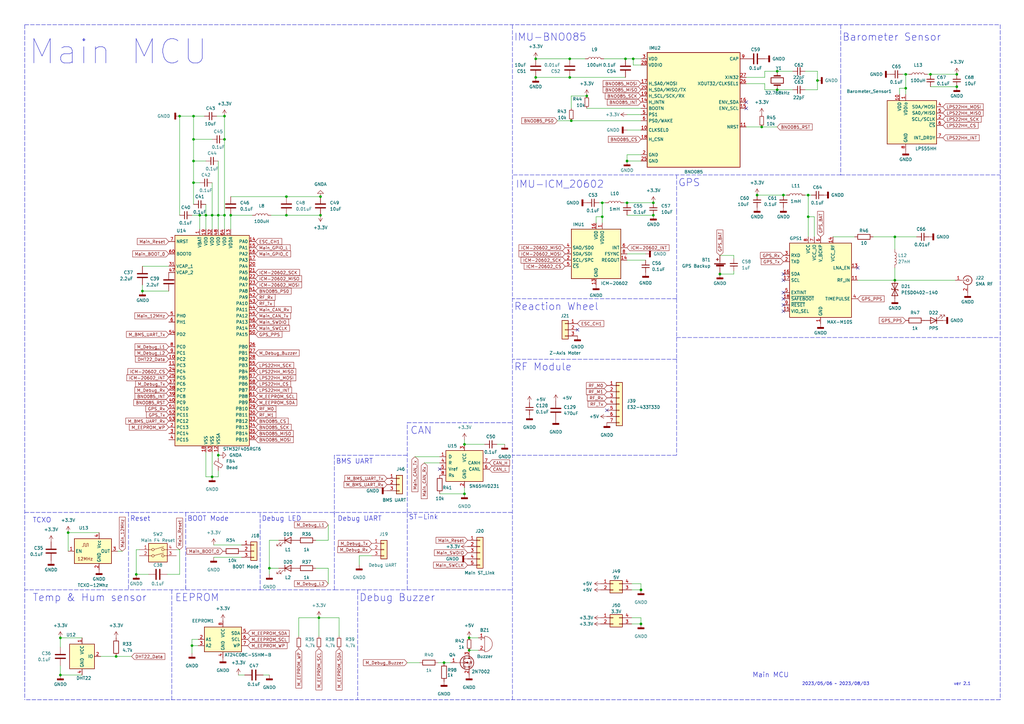
<source format=kicad_sch>
(kicad_sch (version 20250114) (generator "eeschema") (generator_version "9.0")
  (paper "A3")
  (text "EEPROM" (at 71.755 247.015 0) (effects (font (size 3 3)) (justify left bottom)))
  (text "Reset" (at 53.34 213.995 0) (effects (font (size 2 2)) (justify left bottom)))
  (text "IMU-ICM_20602" (at 211.455 77.47 0) (effects (font (size 3 3)) (justify left bottom)))
  (text "ver 2.1" (at 391.16 281.305 0) (effects (font (size 1.27 1.27)) (justify left bottom)))
  (text "IMU-BNO085" (at 210.82 17.145 0) (effects (font (size 3 3)) (justify left bottom)))
  (text "Debug UART" (at 138.43 213.995 0) (effects (font (size 2 2)) (justify left bottom)))
  (text "TCXO" (at 13.335 214.63 0) (effects (font (size 2 2)) (justify left bottom)))
  (text "BMS UART" (at 137.795 190.5 0) (effects (font (size 2 2)) (justify left bottom)))
  (text "Temp & Hum sensor" (at 13.335 247.015 0) (effects (font (size 3 3)) (justify left bottom)))
  (text "Main MCU" (at 11.43 27.305 0) (effects (font (size 10 10)) (justify left bottom)))
  (text "BOOT Mode" (at 76.835 213.995 0) (effects (font (size 2 2)) (justify left bottom)))
  (text "Debug LED" (at 107.315 213.995 0) (effects (font (size 2 2)) (justify left bottom)))
  (text "Debug Buzzer" (at 147.32 247.015 0) (effects (font (size 3 3)) (justify left bottom)))
  (text "GPS" (at 278.13 76.835 0) (effects (font (size 3 3)) (justify left bottom)))
  (text "CAN" (at 168.275 178.435 0) (effects (font (size 3 3)) (justify left bottom)))
  (text "RF Module" (at 210.82 152.4 0) (effects (font (size 3 3)) (justify left bottom)))
  (text "Main MCU" (at 308.61 278.13 0) (effects (font (size 2 2)) (justify left bottom)))
  (text "ST-Link" (at 167.64 213.36 0) (effects (font (size 2 2)) (justify left bottom)))
  (text "2023/05/06 ~ 2023/08/03" (at 328.93 281.305 0) (effects (font (size 1.27 1.27)) (justify left bottom)))
  (text "Barometer Sensor" (at 345.44 17.145 0) (effects (font (size 3 3)) (justify left bottom)))
  (text "Reaction Wheel" (at 210.82 127.635 0) (effects (font (size 3 3)) (justify left bottom)))
  (junction (at 79.375 57.15))
  (junction (at 381.635 30.48))
  (junction (at 247.015 88.9))
  (junction (at 256.54 24.13))
  (junction (at 86.995 195.58))
  (junction (at 131.445 88.265))
  (junction (at 92.075 88.265))
  (junction (at 73.66 47.625))
  (junction (at 318.77 29.21))
  (junction (at 233.68 31.75))
  (junction (at 310.515 80.01))
  (junction (at 117.475 88.265))
  (junction (at 259.715 24.13))
  (junction (at 81.915 88.265))
  (junction (at 27.94 218.44))
  (junction (at 267.97 88.265))
  (junction (at 79.375 66.04))
  (junction (at 92.075 57.15))
  (junction (at 392.43 35.56))
  (junction (at 335.28 33.02))
  (junction (at 371.475 30.48))
  (junction (at 55.88 235.585))
  (junction (at 182.118 271.78))
  (junction (at 262.89 241.935))
  (junction (at 262.89 255.905))
  (junction (at 131.445 80.645))
  (junction (at 110.49 233.045))
  (junction (at 219.71 24.13))
  (junction (at 79.375 47.625))
  (junction (at 257.175 83.185))
  (junction (at 321.31 80.01))
  (junction (at 192.405 261.62))
  (junction (at 267.97 83.185))
  (junction (at 367.03 114.935))
  (junction (at 371.475 36.195))
  (junction (at 219.71 31.75))
  (junction (at 24.765 276.86))
  (junction (at 257.175 66.04))
  (junction (at 84.455 88.265))
  (junction (at 318.77 36.83))
  (junction (at 79.375 74.93))
  (junction (at 47.625 269.24))
  (junction (at 24.765 261.62))
  (junction (at 392.43 30.48))
  (junction (at 86.995 88.265))
  (junction (at 234.315 49.53))
  (junction (at 312.42 52.07))
  (junction (at 233.68 24.13))
  (junction (at 89.535 186.69))
  (junction (at 78.74 264.795))
  (junction (at 94.615 88.265))
  (junction (at 117.475 80.645))
  (junction (at 190.5 182.245))
  (junction (at 247.015 83.185))
  (junction (at 89.535 88.265))
  (junction (at 192.405 266.7))
  (junction (at 58.42 119.38))
  (junction (at 92.075 47.625))
  (junction (at 190.5 202.565))
  (junction (at 331.47 88.9))
  (junction (at 130.81 253.365))
  (junction (at 240.665 39.37))
  (junction (at 367.03 97.155))
  (junction (at 331.47 80.01))
  (junction (at 295.275 112.395))
  (no_connect (at 321.31 125.095))
  (no_connect (at 306.07 44.45))
  (no_connect (at 321.31 114.935))
  (no_connect (at 321.31 112.395))
  (no_connect (at 236.855 135.255))
  (no_connect (at 180.34 192.405))
  (no_connect (at 306.07 41.91))
  (no_connect (at 248.92 168.275))
  (no_connect (at 351.79 109.855))
  (no_connect (at 321.31 122.555))
  (no_connect (at 321.31 120.015))
  (no_connect (at 321.31 127.635))
  (wire (pts (xy 97.79 276.86) (xy 100.33 276.86)))
  (wire (pts (xy 371.475 36.195) (xy 371.475 38.735)))
  (polyline (pts (xy 344.805 71.755) (xy 210.185 71.755)) (stroke (width 0) (type dash)))
  (wire (pts (xy 84.455 195.58) (xy 86.995 195.58)))
  (wire (pts (xy 313.69 34.29) (xy 313.69 36.83)))
  (wire (pts (xy 351.79 114.935) (xy 367.03 114.935)))
  (wire (pts (xy 318.77 52.07) (xy 312.42 52.07)))
  (wire (pts (xy 78.74 88.265) (xy 81.915 88.265)))
  (wire (pts (xy 110.49 221.615) (xy 114.3 221.615)))
  (wire (pts (xy 152.4 227.965) (xy 147.32 227.965)))
  (polyline (pts (xy 106.68 241.935) (xy 106.68 210.185)) (stroke (width 0) (type dash)))
  (wire (pts (xy 111.125 88.265) (xy 117.475 88.265)))
  (polyline (pts (xy 210.185 10.16) (xy 210.185 241.935)) (stroke (width 0) (type dash)))
  (wire (pts (xy 78.74 264.795) (xy 78.74 267.97)))
  (wire (pts (xy 55.88 235.585) (xy 60.96 235.585)))
  (wire (pts (xy 47.625 269.24) (xy 53.975 269.24)))
  (wire (pts (xy 69.215 119.38) (xy 58.42 119.38)))
  (wire (pts (xy 259.08 241.935) (xy 262.89 241.935)))
  (wire (pts (xy 330.2 29.21) (xy 335.28 29.21)))
  (wire (pts (xy 87.63 228.6) (xy 99.06 228.6)))
  (wire (pts (xy 300.99 112.395) (xy 300.99 111.125)))
  (wire (pts (xy 117.475 80.645) (xy 131.445 80.645)))
  (wire (pts (xy 84.455 185.42) (xy 84.455 195.58)))
  (wire (pts (xy 257.175 106.68) (xy 264.795 106.68)))
  (polyline (pts (xy 277.495 147.32) (xy 210.185 147.32)) (stroke (width 0) (type dash)))
  (wire (pts (xy 331.47 80.01) (xy 331.47 88.9)))
  (wire (pts (xy 24.765 273.05) (xy 24.765 276.86)))
  (wire (pts (xy 130.81 253.365) (xy 130.81 260.985)))
  (wire (pts (xy 180.34 202.565) (xy 190.5 202.565)))
  (wire (pts (xy 81.28 262.255) (xy 78.74 262.255)))
  (wire (pts (xy 84.455 88.265) (xy 84.455 93.98)))
  (wire (pts (xy 139.065 253.365) (xy 139.065 260.985)))
  (wire (pts (xy 335.28 29.21) (xy 335.28 33.02)))
  (wire (pts (xy 257.175 46.99) (xy 262.89 46.99)))
  (wire (pts (xy 259.08 253.365) (xy 262.89 253.365)))
  (wire (pts (xy 89.535 195.58) (xy 86.995 195.58)))
  (wire (pts (xy 259.715 26.67) (xy 262.89 26.67)))
  (wire (pts (xy 262.89 253.365) (xy 262.89 255.905)))
  (wire (pts (xy 370.205 30.48) (xy 371.475 30.48)))
  (wire (pts (xy 368.935 36.195) (xy 368.935 38.735)))
  (wire (pts (xy 79.375 66.04) (xy 79.375 74.93)))
  (polyline (pts (xy 106.68 241.935) (xy 137.16 241.935)) (stroke (width 0) (type dash)))
  (wire (pts (xy 334.01 88.9) (xy 334.01 97.155)))
  (wire (pts (xy 79.375 74.93) (xy 81.915 74.93)))
  (wire (pts (xy 89.535 66.04) (xy 89.535 88.265)))
  (polyline (pts (xy 277.495 138.43) (xy 277.495 147.32)) (stroke (width 0) (type dash)))
  (polyline (pts (xy 76.2 241.935) (xy 76.2 240.665)) (stroke (width 0) (type dash)))
  (wire (pts (xy 330.2 80.01) (xy 331.47 80.01)))
  (polyline (pts (xy 137.16 241.935) (xy 137.16 210.185)) (stroke (width 0) (type dash)))
  (wire (pts (xy 94.615 80.645) (xy 117.475 80.645)))
  (polyline (pts (xy 76.2 241.935) (xy 106.68 241.935)) (stroke (width 0) (type dash)))
  (wire (pts (xy 255.905 83.185) (xy 257.175 83.185)))
  (wire (pts (xy 79.375 47.625) (xy 79.375 57.15)))
  (wire (pts (xy 259.08 239.395) (xy 262.89 239.395)))
  (wire (pts (xy 167.005 271.78) (xy 172.085 271.78)))
  (wire (pts (xy 295.275 104.775) (xy 300.99 104.775)))
  (polyline (pts (xy 344.805 32.385) (xy 344.805 71.755)) (stroke (width 0) (type dash)))
  (wire (pts (xy 110.49 233.045) (xy 114.3 233.045)))
  (wire (pts (xy 182.118 271.78) (xy 184.785 271.78)))
  (wire (pts (xy 331.47 88.9) (xy 331.47 97.155)))
  (polyline (pts (xy 10.16 10.16) (xy 10.16 287.02)) (stroke (width 0) (type dash)))
  (wire (pts (xy 313.69 31.75) (xy 313.69 29.21)))
  (polyline (pts (xy 277.495 122.555) (xy 210.185 122.555)) (stroke (width 0) (type dash)))
  (wire (pts (xy 92.075 88.265) (xy 92.075 93.98)))
  (wire (pts (xy 257.175 63.5) (xy 262.89 63.5)))
  (wire (pts (xy 245.745 83.185) (xy 247.015 83.185)))
  (wire (pts (xy 332.74 80.01) (xy 331.47 80.01)))
  (wire (pts (xy 89.535 193.04) (xy 89.535 195.58)))
  (wire (pts (xy 381.635 30.48) (xy 392.43 30.48)))
  (polyline (pts (xy 277.495 186.69) (xy 210.185 186.69)) (stroke (width 0) (type dash)))
  (wire (pts (xy 107.95 276.86) (xy 110.49 276.86)))
  (polyline (pts (xy 76.2 210.185) (xy 76.2 241.935)) (stroke (width 0) (type dash)))
  (wire (pts (xy 335.28 36.83) (xy 330.2 36.83)))
  (wire (pts (xy 190.5 182.245) (xy 198.755 182.245)))
  (wire (pts (xy 92.075 57.15) (xy 92.075 88.265)))
  (wire (pts (xy 247.015 88.9) (xy 247.015 91.44)))
  (wire (pts (xy 240.03 24.13) (xy 233.68 24.13)))
  (wire (pts (xy 256.54 31.75) (xy 233.68 31.75)))
  (wire (pts (xy 79.375 57.15) (xy 79.375 66.04)))
  (wire (pts (xy 24.765 261.62) (xy 24.765 265.43)))
  (polyline (pts (xy 167.005 210.185) (xy 167.005 173.355)) (stroke (width 0) (type dash)))
  (wire (pts (xy 322.58 80.01) (xy 321.31 80.01)))
  (wire (pts (xy 257.175 53.34) (xy 262.89 53.34)))
  (wire (pts (xy 79.375 66.04) (xy 84.455 66.04)))
  (polyline (pts (xy 277.495 147.32) (xy 277.495 186.69)) (stroke (width 0) (type dash)))
  (polyline (pts (xy 277.495 86.36) (xy 277.495 122.555)) (stroke (width 0) (type dash)))
  (polyline (pts (xy 52.705 210.185) (xy 52.705 241.935)) (stroke (width 0) (type dash)))
  (wire (pts (xy 334.01 88.9) (xy 331.47 88.9)))
  (wire (pts (xy 27.94 226.06) (xy 27.94 218.44)))
  (polyline (pts (xy 277.495 138.43) (xy 410.21 138.43)) (stroke (width 0) (type dash)))
  (wire (pts (xy 192.405 261.62) (xy 196.215 261.62)))
  (polyline (pts (xy 137.16 241.935) (xy 167.005 241.935)) (stroke (width 0) (type dash)))
  (polyline (pts (xy 167.005 186.69) (xy 137.16 186.69)) (stroke (width 0) (type dash)))
  (polyline (pts (xy 53.34 241.935) (xy 76.2 241.935)) (stroke (width 0) (type dash)))
  (wire (pts (xy 190.5 202.565) (xy 190.5 200.025)))
  (wire (pts (xy 78.74 264.795) (xy 81.28 264.795)))
  (wire (pts (xy 318.77 36.83) (xy 325.12 36.83)))
  (wire (pts (xy 73.66 225.425) (xy 73.66 235.585)))
  (wire (pts (xy 134.62 221.615) (xy 129.54 221.615)))
  (wire (pts (xy 86.995 88.265) (xy 86.995 93.98)))
  (wire (pts (xy 367.03 114.935) (xy 391.795 114.935)))
  (wire (pts (xy 89.535 186.69) (xy 90.17 186.69)))
  (wire (pts (xy 134.62 233.045) (xy 129.54 233.045)))
  (wire (pts (xy 84.455 88.265) (xy 86.995 88.265)))
  (wire (pts (xy 117.475 88.265) (xy 131.445 88.265)))
  (wire (pts (xy 358.14 97.155) (xy 367.03 97.155)))
  (wire (pts (xy 257.175 104.14) (xy 264.795 104.14)))
  (polyline (pts (xy 55.245 210.185) (xy 210.185 210.185)) (stroke (width 0) (type dash)))
  (polyline (pts (xy 167.005 241.935) (xy 210.185 241.935)) (stroke (width 0) (type dash)))
  (wire (pts (xy 234.315 44.45) (xy 234.315 39.37)))
  (wire (pts (xy 368.935 36.195) (xy 371.475 36.195)))
  (polyline (pts (xy 210.185 241.935) (xy 210.185 287.02)) (stroke (width 0) (type dash)))
  (wire (pts (xy 57.15 225.425) (xy 55.88 225.425)))
  (wire (pts (xy 300.99 104.775) (xy 300.99 106.045)))
  (wire (pts (xy 83.82 47.625) (xy 79.375 47.625)))
  (wire (pts (xy 248.285 83.185) (xy 247.015 83.185)))
  (wire (pts (xy 24.765 276.86) (xy 33.655 276.86)))
  (wire (pts (xy 89.535 88.265) (xy 92.075 88.265)))
  (wire (pts (xy 203.835 182.245) (xy 207.01 182.245)))
  (polyline (pts (xy 344.805 10.16) (xy 344.805 33.02)) (stroke (width 0) (type dash)))
  (wire (pts (xy 86.995 195.58) (xy 86.995 185.42)))
  (wire (pts (xy 27.94 218.44) (xy 40.64 218.44)))
  (wire (pts (xy 228.6 49.53) (xy 234.315 49.53)))
  (wire (pts (xy 306.07 52.07) (xy 312.42 52.07)))
  (wire (pts (xy 88.9 47.625) (xy 92.075 47.625)))
  (wire (pts (xy 367.03 97.155) (xy 367.03 102.235)))
  (wire (pts (xy 81.915 88.265) (xy 84.455 88.265)))
  (wire (pts (xy 257.175 63.5) (xy 257.175 66.04)))
  (wire (pts (xy 33.655 261.62) (xy 24.765 261.62)))
  (wire (pts (xy 94.615 88.265) (xy 94.615 93.98)))
  (wire (pts (xy 321.31 80.01) (xy 310.515 80.01)))
  (polyline (pts (xy 70.485 241.935) (xy 70.485 287.02)) (stroke (width 0) (type dash)))
  (wire (pts (xy 81.915 88.265) (xy 81.915 93.98)))
  (polyline (pts (xy 146.685 265.43) (xy 146.685 287.02)) (stroke (width 0) (type dash)))
  (wire (pts (xy 306.07 34.29) (xy 313.69 34.29)))
  (wire (pts (xy 110.49 233.045) (xy 110.49 221.615)))
  (polyline (pts (xy 167.005 173.355) (xy 210.185 173.355)) (stroke (width 0) (type dash)))
  (wire (pts (xy 244.475 88.9) (xy 244.475 91.44)))
  (polyline (pts (xy 167.005 241.935) (xy 167.005 210.185)) (stroke (width 0) (type dash)))
  (wire (pts (xy 48.26 226.06) (xy 50.165 226.06)))
  (wire (pts (xy 367.03 109.855) (xy 367.03 114.935)))
  (wire (pts (xy 55.88 225.425) (xy 55.88 235.585)))
  (wire (pts (xy 372.745 30.48) (xy 371.475 30.48)))
  (wire (pts (xy 341.63 97.155) (xy 350.52 97.155)))
  (wire (pts (xy 110.49 235.585) (xy 110.49 233.045)))
  (wire (pts (xy 259.715 24.13) (xy 262.89 24.13)))
  (wire (pts (xy 94.615 88.265) (xy 103.505 88.265)))
  (polyline (pts (xy 277.495 71.755) (xy 277.495 86.36)) (stroke (width 0) (type dash)))
  (wire (pts (xy 86.995 74.93) (xy 86.995 88.265)))
  (wire (pts (xy 73.66 235.585) (xy 68.58 235.585)))
  (wire (pts (xy 134.62 215.265) (xy 134.62 221.615)))
  (polyline (pts (xy 277.495 122.555) (xy 277.495 138.43)) (stroke (width 0) (type dash)))
  (wire (pts (xy 89.535 88.265) (xy 89.535 93.98)))
  (wire (pts (xy 234.315 39.37) (xy 240.665 39.37)))
  (wire (pts (xy 58.42 119.38) (xy 58.42 116.84)))
  (wire (pts (xy 306.07 31.75) (xy 313.69 31.75)))
  (wire (pts (xy 87.63 223.52) (xy 99.06 223.52)))
  (wire (pts (xy 73.66 47.625) (xy 79.375 47.625)))
  (polyline (pts (xy 10.16 10.16) (xy 410.21 10.16)) (stroke (width 0) (type dash)))
  (wire (pts (xy 179.705 271.78) (xy 182.118 271.78)))
  (wire (pts (xy 380.365 30.48) (xy 381.635 30.48)))
  (wire (pts (xy 335.28 33.02) (xy 335.28 36.83)))
  (wire (pts (xy 170.18 187.325) (xy 180.34 187.325)))
  (wire (pts (xy 122.555 253.365) (xy 130.81 253.365)))
  (wire (pts (xy 233.68 24.13) (xy 219.71 24.13)))
  (polyline (pts (xy 137.16 186.69) (xy 137.16 210.82)) (stroke (width 0) (type dash)))
  (wire (pts (xy 182.118 271.907) (xy 182.118 271.78)))
  (polyline (pts (xy 344.805 71.755) (xy 410.21 71.755)) (stroke (width 0) (type dash)))
  (wire (pts (xy 130.81 253.365) (xy 139.065 253.365)))
  (wire (pts (xy 295.275 112.395) (xy 300.99 112.395)))
  (wire (pts (xy 313.69 36.83) (xy 318.77 36.83)))
  (wire (pts (xy 240.665 44.45) (xy 262.89 44.45)))
  (wire (pts (xy 257.175 83.185) (xy 267.97 83.185)))
  (wire (pts (xy 173.99 189.865) (xy 180.34 189.865)))
  (wire (pts (xy 89.535 187.96) (xy 89.535 186.69)))
  (polyline (pts (xy 10.16 210.185) (xy 55.245 210.185)) (stroke (width 0) (type dash)))
  (wire (pts (xy 41.275 269.24) (xy 47.625 269.24)))
  (polyline (pts (xy 410.21 287.02) (xy 10.16 287.02)) (stroke (width 0) (type dash)))
  (wire (pts (xy 262.89 239.395) (xy 262.89 241.935)))
  (wire (pts (xy 256.54 24.13) (xy 247.65 24.13)))
  (polyline (pts (xy 410.21 10.16) (xy 410.21 287.02)) (stroke (width 0) (type dash)))
  (wire (pts (xy 86.995 88.265) (xy 89.535 88.265)))
  (wire (pts (xy 371.475 30.48) (xy 371.475 36.195)))
  (wire (pts (xy 234.315 49.53) (xy 262.89 49.53)))
  (wire (pts (xy 256.54 24.13) (xy 259.715 24.13)))
  (wire (pts (xy 147.32 227.965) (xy 147.32 231.775)))
  (wire (pts (xy 78.74 262.255) (xy 78.74 264.795)))
  (wire (pts (xy 122.555 260.985) (xy 122.555 253.365)))
  (wire (pts (xy 89.535 186.69) (xy 89.535 185.42)))
  (wire (pts (xy 86.995 57.15) (xy 79.375 57.15)))
  (wire (pts (xy 73.66 88.265) (xy 73.66 47.625)))
  (wire (pts (xy 190.5 180.34) (xy 190.5 182.245)))
  (wire (pts (xy 79.375 74.93) (xy 79.375 83.82)))
  (wire (pts (xy 259.715 24.13) (xy 259.715 26.67)))
  (wire (pts (xy 367.03 97.155) (xy 375.92 97.155)))
  (wire (pts (xy 192.405 266.7) (xy 196.215 266.7)))
  (wire (pts (xy 318.77 29.21) (xy 325.12 29.21)))
  (wire (pts (xy 244.475 88.9) (xy 247.015 88.9)))
  (wire (pts (xy 84.455 83.82) (xy 84.455 88.265)))
  (wire (pts (xy 134.62 239.395) (xy 134.62 233.045)))
  (wire (pts (xy 313.69 29.21) (xy 318.77 29.21)))
  (wire (pts (xy 381.635 35.56) (xy 392.43 35.56)))
  (wire (pts (xy 58.42 109.22) (xy 69.215 109.22)))
  (wire (pts (xy 257.175 66.04) (xy 262.89 66.04)))
  (polyline (pts (xy 146.685 241.935) (xy 146.685 265.43)) (stroke (width 0) (type dash)))
  (wire (pts (xy 233.68 31.75) (xy 219.71 31.75)))
  (wire (pts (xy 259.08 255.905) (xy 262.89 255.905)))
  (wire (pts (xy 92.075 47.625) (xy 92.075 57.15)))
  (wire (pts (xy 257.175 88.265) (xy 267.97 88.265)))
  (wire (pts (xy 247.015 83.185) (xy 247.015 88.9)))
  (wire (pts (xy 72.39 225.425) (xy 73.66 225.425)))
  (polyline (pts (xy 52.705 241.935) (xy 10.16 241.935)) (stroke (width 0) (type dash)))
  (global_label "RF_M1" (shape input) (at 248.92 160.655 180) (property "Intersheetrefs" "${INTERSHEET_REFS}" (effects (hide yes))))
  (global_label "BNO085_SCK" (shape input) (at 104.775 175.26 0) (property "Intersheetrefs" "${INTERSHEET_REFS}" (effects (hide yes))))
  (global_label "Main_SWDIO" (shape input) (at 104.775 132.08 0) (property "Intersheetrefs" "${INTERSHEET_REFS}" (effects (hide yes))))
  (global_label "LPS22HH_CS" (shape input) (at 104.775 157.48 0) (property "Intersheetrefs" "${INTERSHEET_REFS}" (effects (hide yes))))
  (global_label "M_Debug_Tx" (shape input) (at 152.4 222.885 180) (property "Intersheetrefs" "${INTERSHEET_REFS}" (effects (hide yes))))
  (global_label "LPS22HH_MOSI" (shape input) (at 104.775 154.94 0) (property "Intersheetrefs" "${INTERSHEET_REFS}" (effects (hide yes))))
  (global_label "CAN_L" (shape input) (at 200.66 192.405 0) (property "Intersheetrefs" "${INTERSHEET_REFS}" (effects (hide yes))))
  (global_label "BNO085_SCK" (shape input) (at 262.89 39.37 180) (property "Intersheetrefs" "${INTERSHEET_REFS}" (effects (hide yes))))
  (global_label "BNO085_INT" (shape input) (at 69.215 162.56 180) (property "Intersheetrefs" "${INTERSHEET_REFS}" (effects (hide yes))))
  (global_label "GPS_PPS" (shape input) (at 351.79 122.555 0) (property "Intersheetrefs" "${INTERSHEET_REFS}" (effects (hide yes))))
  (global_label "M_Debug_L2" (shape input) (at 69.215 144.78 180) (property "Intersheetrefs" "${INTERSHEET_REFS}" (effects (hide yes))))
  (global_label "Main_SWCLK" (shape input) (at 191.77 231.775 180) (property "Intersheetrefs" "${INTERSHEET_REFS}" (effects (hide yes))))
  (global_label "LPS22HH_MISO" (shape input) (at 104.775 152.4 0) (property "Intersheetrefs" "${INTERSHEET_REFS}" (effects (hide yes))))
  (global_label "GPS_PPS" (shape input) (at 104.775 137.16 0) (property "Intersheetrefs" "${INTERSHEET_REFS}" (effects (hide yes))))
  (global_label "M_BMS_UART_Rx" (shape input) (at 69.215 172.72 180) (property "Intersheetrefs" "${INTERSHEET_REFS}" (effects (hide yes))))
  (global_label "Main_SWCLK" (shape input) (at 104.775 134.62 0) (property "Intersheetrefs" "${INTERSHEET_REFS}" (effects (hide yes))))
  (global_label "M_Debug_Buzzer" (shape input) (at 167.005 271.78 180) (property "Intersheetrefs" "${INTERSHEET_REFS}" (effects (hide yes))))
  (global_label "BNO085_MISO" (shape input) (at 104.775 177.8 0) (property "Intersheetrefs" "${INTERSHEET_REFS}" (effects (hide yes))))
  (global_label "Main_12MHz" (shape input) (at 69.215 129.54 180) (property "Intersheetrefs" "${INTERSHEET_REFS}" (effects (hide yes))))
  (global_label "Main_BOOT_0" (shape input) (at 91.44 226.06 180) (property "Intersheetrefs" "${INTERSHEET_REFS}" (effects (hide yes))))
  (global_label "BNO085_PS0" (shape input) (at 104.775 119.38 0) (property "Intersheetrefs" "${INTERSHEET_REFS}" (effects (hide yes))))
  (global_label "LPS22HH_INT" (shape input) (at 386.715 56.515 0) (property "Intersheetrefs" "${INTERSHEET_REFS}" (effects (hide yes))))
  (global_label "ICM-20602_MOSI" (shape input) (at 104.775 116.84 0) (property "Intersheetrefs" "${INTERSHEET_REFS}" (effects (hide yes))))
  (global_label "ICM-20602_SCK" (shape input) (at 104.775 111.76 0) (property "Intersheetrefs" "${INTERSHEET_REFS}" (effects (hide yes))))
  (global_label "GPS_BAT" (shape input) (at 295.275 104.775 90) (property "Intersheetrefs" "${INTERSHEET_REFS}" (effects (hide yes))))
  (global_label "M_Debug_Buzzer" (shape input) (at 104.775 144.78 0) (property "Intersheetrefs" "${INTERSHEET_REFS}" (effects (hide yes))))
  (global_label "Main_Reset" (shape input) (at 69.215 99.06 180) (property "Intersheetrefs" "${INTERSHEET_REFS}" (effects (hide yes))))
  (global_label "RF_Tx" (shape input) (at 248.92 165.735 180) (property "Intersheetrefs" "${INTERSHEET_REFS}" (effects (hide yes))))
  (global_label "ICM-20602_CS" (shape input) (at 231.775 109.22 180) (property "Intersheetrefs" "${INTERSHEET_REFS}" (effects (hide yes))))
  (global_label "M_EEPROM_SDA" (shape input) (at 101.6 259.715 0) (property "Intersheetrefs" "${INTERSHEET_REFS}" (effects (hide yes))))
  (global_label "ICM-20602_MOSI" (shape input) (at 231.775 104.14 180) (property "Intersheetrefs" "${INTERSHEET_REFS}" (effects (hide yes))))
  (global_label "M_EEPROM_WP" (shape input) (at 122.555 266.065 270) (property "Intersheetrefs" "${INTERSHEET_REFS}" (effects (hide yes))))
  (global_label "RF_M0" (shape input) (at 248.92 158.115 180) (property "Intersheetrefs" "${INTERSHEET_REFS}" (effects (hide yes))))
  (global_label "M_Debug_Rx" (shape input) (at 69.215 160.02 180) (property "Intersheetrefs" "${INTERSHEET_REFS}" (effects (hide yes))))
  (global_label "ICM-20602_INT" (shape input) (at 257.175 101.6 0) (property "Intersheetrefs" "${INTERSHEET_REFS}" (effects (hide yes))))
  (global_label "Main_12MHz" (shape input) (at 50.165 226.06 90) (property "Intersheetrefs" "${INTERSHEET_REFS}" (effects (hide yes))))
  (global_label "RF_Rx" (shape input) (at 248.92 163.195 180) (property "Intersheetrefs" "${INTERSHEET_REFS}" (effects (hide yes))))
  (global_label "GPS_Tx" (shape input) (at 321.31 107.315 180) (property "Intersheetrefs" "${INTERSHEET_REFS}" (effects (hide yes))))
  (global_label "RF_Rx" (shape input) (at 104.775 121.92 0) (property "Intersheetrefs" "${INTERSHEET_REFS}" (effects (hide yes))))
  (global_label "ICM-20602_MISO" (shape input) (at 104.775 114.3 0) (property "Intersheetrefs" "${INTERSHEET_REFS}" (effects (hide yes))))
  (global_label "BNO085_RST" (shape input) (at 69.215 165.1 180) (property "Intersheetrefs" "${INTERSHEET_REFS}" (effects (hide yes))))
  (global_label "M_Debug_Rx" (shape input) (at 152.4 225.425 180) (property "Intersheetrefs" "${INTERSHEET_REFS}" (effects (hide yes))))
  (global_label "M_Debug_L2" (shape input) (at 134.62 239.395 180) (property "Intersheetrefs" "${INTERSHEET_REFS}" (effects (hide yes))))
  (global_label "ESC_CH1" (shape input) (at 104.775 99.06 0) (property "Intersheetrefs" "${INTERSHEET_REFS}" (effects (hide yes))))
  (global_label "M_EEPROM_SCL" (shape input) (at 101.6 262.255 0) (property "Intersheetrefs" "${INTERSHEET_REFS}" (effects (hide yes))))
  (global_label "ICM-20602_SCK" (shape input) (at 231.775 106.68 180) (property "Intersheetrefs" "${INTERSHEET_REFS}" (effects (hide yes))))
  (global_label "Main_CAN_Tx" (shape input) (at 104.775 129.54 0) (property "Intersheetrefs" "${INTERSHEET_REFS}" (effects (hide yes))))
  (global_label "M_EEPROM_SCL" (shape input) (at 130.81 266.065 270) (property "Intersheetrefs" "${INTERSHEET_REFS}" (effects (hide yes))))
  (global_label "GPS_Rx" (shape input) (at 321.31 104.775 180) (property "Intersheetrefs" "${INTERSHEET_REFS}" (effects (hide yes))))
  (global_label "GPS_Rx" (shape input) (at 69.215 167.64 180) (property "Intersheetrefs" "${INTERSHEET_REFS}" (effects (hide yes))))
  (global_label "M_BMS_UART_Tx" (shape input) (at 69.215 137.16 180) (property "Intersheetrefs" "${INTERSHEET_REFS}" (effects (hide yes))))
  (global_label "CAN_H" (shape input) (at 200.66 189.865 0) (property "Intersheetrefs" "${INTERSHEET_REFS}" (effects (hide yes))))
  (global_label "Main_CAN_Tx" (shape input) (at 170.18 187.325 270) (property "Intersheetrefs" "${INTERSHEET_REFS}" (effects (hide yes))))
  (global_label "BNO085_RST" (shape input) (at 318.77 52.07 0) (property "Intersheetrefs" "${INTERSHEET_REFS}" (effects (hide yes))))
  (global_label "BNO085_INT" (shape input) (at 262.89 41.91 180) (property "Intersheetrefs" "${INTERSHEET_REFS}" (effects (hide yes))))
  (global_label "GPS_PPS" (shape input) (at 371.475 131.445 180) (property "Intersheetrefs" "${INTERSHEET_REFS}" (effects (hide yes))))
  (global_label "M_EEPROM_WP" (shape input) (at 69.215 175.26 180) (property "Intersheetrefs" "${INTERSHEET_REFS}" (effects (hide yes))))
  (global_label "ICM-20602_CS" (shape input) (at 69.215 152.4 180) (property "Intersheetrefs" "${INTERSHEET_REFS}" (effects (hide yes))))
  (global_label "Main_CAN_Rx" (shape input) (at 104.775 127 0) (property "Intersheetrefs" "${INTERSHEET_REFS}" (effects (hide yes))))
  (global_label "Main_GPIO_C" (shape input) (at 104.775 104.14 0) (property "Intersheetrefs" "${INTERSHEET_REFS}" (effects (hide yes))))
  (global_label "GPS_BAT" (shape input) (at 336.55 97.155 90) (property "Intersheetrefs" "${INTERSHEET_REFS}" (effects (hide yes))))
  (global_label "M_BMS_UART_Rx" (shape input) (at 158.75 198.755 180) (property "Intersheetrefs" "${INTERSHEET_REFS}" (effects (hide yes))))
  (global_label "BNO085_CS" (shape input) (at 104.775 172.72 0) (property "Intersheetrefs" "${INTERSHEET_REFS}" (effects (hide yes))))
  (global_label "Main_SWDIO" (shape input) (at 191.77 226.695 180) (property "Intersheetrefs" "${INTERSHEET_REFS}" (effects (hide yes))))
  (global_label "LPS22HH_MISO" (shape input) (at 386.715 46.355 0) (property "Intersheetrefs" "${INTERSHEET_REFS}" (effects (hide yes))))
  (global_label "Main_Reset" (shape input) (at 73.66 225.425 90) (property "Intersheetrefs" "${INTERSHEET_REFS}" (effects (hide yes))))
  (global_label "M_Debug_L1" (shape input) (at 69.215 142.24 180) (property "Intersheetrefs" "${INTERSHEET_REFS}" (effects (hide yes))))
  (global_label "GPS_Tx" (shape input) (at 69.215 170.18 180) (property "Intersheetrefs" "${INTERSHEET_REFS}" (effects (hide yes))))
  (global_label "DHT22_Data" (shape input) (at 53.975 269.24 0) (property "Intersheetrefs" "${INTERSHEET_REFS}" (effects (hide yes))))
  (global_label "Main_CAN_Rx" (shape input) (at 173.99 189.865 270) (property "Intersheetrefs" "${INTERSHEET_REFS}" (effects (hide yes))))
  (global_label "ICM-20602_INT" (shape input) (at 69.215 154.94 180) (property "Intersheetrefs" "${INTERSHEET_REFS}" (effects (hide yes))))
  (global_label "M_EEPROM_WP" (shape input) (at 101.6 264.795 0) (property "Intersheetrefs" "${INTERSHEET_REFS}" (effects (hide yes))))
  (global_label "LPS22HH_SCK" (shape input) (at 386.715 48.895 0) (property "Intersheetrefs" "${INTERSHEET_REFS}" (effects (hide yes))))
  (global_label "BNO085_CS" (shape input) (at 262.89 57.15 180) (property "Intersheetrefs" "${INTERSHEET_REFS}" (effects (hide yes))))
  (global_label "LPS22HH_CS" (shape input) (at 386.715 51.435 0) (property "Intersheetrefs" "${INTERSHEET_REFS}" (effects (hide yes))))
  (global_label "RF_Tx" (shape input) (at 104.775 124.46 0) (property "Intersheetrefs" "${INTERSHEET_REFS}" (effects (hide yes))))
  (global_label "Main_Reset" (shape input) (at 191.77 221.615 180) (property "Intersheetrefs" "${INTERSHEET_REFS}" (effects (hide yes))))
  (global_label "BNO085_PS0" (shape input) (at 228.6 49.53 180) (property "Intersheetrefs" "${INTERSHEET_REFS}" (effects (hide yes))))
  (global_label "M_Debug_Tx" (shape input) (at 69.215 157.48 180) (property "Intersheetrefs" "${INTERSHEET_REFS}" (effects (hide yes))))
  (global_label "M_EEPROM_SCL" (shape input) (at 104.775 162.56 0) (property "Intersheetrefs" "${INTERSHEET_REFS}" (effects (hide yes))))
  (global_label "M_EEPROM_SDA" (shape input) (at 139.065 266.065 270) (property "Intersheetrefs" "${INTERSHEET_REFS}" (effects (hide yes))))
  (global_label "BNO085_MOSI" (shape input) (at 104.775 180.34 0) (property "Intersheetrefs" "${INTERSHEET_REFS}" (effects (hide yes))))
  (global_label "LPS22HH_MOSI" (shape input) (at 386.715 43.815 0) (property "Intersheetrefs" "${INTERSHEET_REFS}" (effects (hide yes))))
  (global_label "Main_BOOT_0" (shape input) (at 69.215 104.14 180) (property "Intersheetrefs" "${INTERSHEET_REFS}" (effects (hide yes))))
  (global_label "M_EEPROM_SDA" (shape input) (at 104.775 165.1 0) (property "Intersheetrefs" "${INTERSHEET_REFS}" (effects (hide yes))))
  (global_label "ICM-20602_MISO" (shape input) (at 231.775 101.6 180) (property "Intersheetrefs" "${INTERSHEET_REFS}" (effects (hide yes))))
  (global_label "LPS22HH_SCK" (shape input) (at 104.775 149.86 0) (property "Intersheetrefs" "${INTERSHEET_REFS}" (effects (hide yes))))
  (global_label "DHT22_Data" (shape input) (at 69.215 147.32 180) (property "Intersheetrefs" "${INTERSHEET_REFS}" (effects (hide yes))))
  (global_label "RF_M0" (shape input) (at 104.775 167.64 0) (property "Intersheetrefs" "${INTERSHEET_REFS}" (effects (hide yes))))
  (global_label "LPS22HH_INT" (shape input) (at 104.775 160.02 0) (property "Intersheetrefs" "${INTERSHEET_REFS}" (effects (hide yes))))
  (global_label "Main_GPIO_L" (shape input) (at 104.775 101.6 0) (property "Intersheetrefs" "${INTERSHEET_REFS}" (effects (hide yes))))
  (global_label "M_BMS_UART_Tx" (shape input) (at 158.75 196.215 180) (property "Intersheetrefs" "${INTERSHEET_REFS}" (effects (hide yes))))
  (global_label "BNO085_MOSI" (shape input) (at 262.89 34.29 180) (property "Intersheetrefs" "${INTERSHEET_REFS}" (effects (hide yes))))
  (global_label "RF_M1" (shape input) (at 104.775 170.18 0) (property "Intersheetrefs" "${INTERSHEET_REFS}" (effects (hide yes))))
  (global_label "BNO085_MISO" (shape input) (at 262.89 36.83 180) (property "Intersheetrefs" "${INTERSHEET_REFS}" (effects (hide yes))))
  (global_label "ESC_CH1" (shape input) (at 236.855 132.715 0) (property "Intersheetrefs" "${INTERSHEET_REFS}" (effects (hide yes))))
  (global_label "M_Debug_L1" (shape input) (at 134.62 215.265 180) (property "Intersheetrefs" "${INTERSHEET_REFS}" (effects (hide yes))))
  (symbol (lib_id "Connector_Generic:Conn_02x02_Counter_Clockwise") (at 251.46 253.365 0) (unit 1)
    (property "Reference" "J50" (at 252.73 248.285 0))
    (property "Value" "3.3V" (at 252.73 250.825 0))
    (property "Footprint" "Connector_PinSocket_2.54mm:PinSocket_2x02_P2.54mm_Vertical" (effects (hide yes)))
  )
  (symbol (lib_name "GNDD_1") (lib_id "power:GNDD") (at 207.01 182.245 0) (unit 1)
    (property "Reference" "#PWR0243" (effects (hide yes)))
    (property "Value" "GNDD" (at 207.01 187.325 0))
  )
  (symbol (lib_id "power:+3.3V") (at 219.71 24.13 0) (unit 1)
    (property "Reference" "#PWR0270" (effects (hide yes)))
    (property "Value" "+3.3V" (at 219.71 19.05 0))
  )
  (symbol (lib_id "power:GNDD") (at 20.955 229.87 0) (mirror y) (unit 1)
    (property "Reference" "#PWR0246" (effects (hide yes)))
    (property "Value" "GNDD" (at 20.955 233.68 0))
  )
  (symbol (lib_id "Device:R_Small") (at 139.065 263.525 0) (unit 1)
    (property "Reference" "R39" (at 141.605 262.2549 0) (effects (justify left)))
    (property "Value" "4.7k" (at 141.605 264.7949 0) (effects (justify left)))
    (property "Footprint" "Resistor_SMD:R_0805_2012Metric" (effects (hide yes)))
  )
  (symbol (lib_id "Device:R") (at 354.33 97.155 90) (unit 1)
    (property "Reference" "R46" (at 354.33 94.615 90))
    (property "Value" "10" (at 354.33 99.695 90))
    (property "Footprint" "Resistor_SMD:R_0805_2012Metric" (effects (hide yes)))
  )
  (symbol (lib_id "power:GNDD") (at 262.89 255.905 0) (unit 1)
    (property "Reference" "#PWR0110" (effects (hide yes)))
    (property "Value" "GNDD" (at 262.89 260.985 0))
  )
  (symbol (lib_id "power:GNDD") (at 295.275 112.395 0) (mirror y) (unit 1)
    (property "Reference" "#PWR0219" (effects (hide yes)))
    (property "Value" "GNDD" (at 295.275 116.205 0))
  )
  (symbol (lib_id "Device:D_TVS") (at 367.03 118.745 90) (unit 1)
    (property "Reference" "D21" (at 369.57 117.4749 90) (effects (justify right)))
    (property "Value" "PESD0402-140" (at 369.57 120.015 90) (effects (justify right)))
    (property "Footprint" "Diode_SMD:D_0402_1005Metric_Pad0.77x0.64mm_HandSolder" (effects (hide yes)))
  )
  (symbol (lib_id "Device:R") (at 125.73 221.615 90) (unit 1)
    (property "Reference" "R36" (at 125.73 219.075 90))
    (property "Value" "1k" (at 125.73 225.425 90))
    (property "Footprint" "Resistor_SMD:R_0805_2012Metric" (effects (hide yes)))
  )
  (symbol (lib_id "Device:R") (at 125.73 233.045 90) (unit 1)
    (property "Reference" "R37" (at 125.73 230.505 90))
    (property "Value" "1k" (at 125.73 236.855 90))
    (property "Footprint" "Resistor_SMD:R_0805_2012Metric" (effects (hide yes)))
  )
  (symbol (lib_id "Device:FerriteBead_Small") (at 89.535 190.5 0) (unit 1)
    (property "Reference" "FB4" (at 92.71 189.1918 0) (effects (justify left)))
    (property "Value" "Bead" (at 92.71 191.7318 0) (effects (justify left)))
    (property "Footprint" "Inductor_SMD:L_0805_2012Metric" (effects (hide yes)))
  )
  (symbol (lib_id "power:GNDD") (at 73.66 47.625 270) (unit 1)
    (property "Reference" "#PWR0237" (effects (hide yes)))
    (property "Value" "GNDD" (at 69.85 47.6249 90) (effects (justify right)))
  )
  (symbol (lib_id "power:GNDD") (at 110.49 235.585 0) (unit 1)
    (property "Reference" "#PWR0258" (effects (hide yes)))
    (property "Value" "GNDD" (at 110.49 240.665 0))
  )
  (symbol (lib_id "power:GNDD") (at 264.795 104.14 90) (unit 1)
    (property "Reference" "#PWR0221" (effects (hide yes)))
    (property "Value" "GNDD" (at 267.97 104.1399 90) (effects (justify right)))
  )
  (symbol (lib_id "Device:C") (at 256.54 27.94 0) (mirror x) (unit 1)
    (property "Reference" "C54" (at 252.73 29.21 0) (effects (justify right)))
    (property "Value" "0.1uF" (at 252.73 26.67 0) (effects (justify right)))
    (property "Footprint" "Capacitor_SMD:C_0805_2012Metric" (effects (hide yes)))
  )
  (symbol (lib_id "power:GNDD") (at 262.89 241.935 0) (unit 1)
    (property "Reference" "#PWR0113" (effects (hide yes)))
    (property "Value" "GNDD" (at 262.89 247.015 0))
  )
  (symbol (lib_id "power:GNDD") (at 87.63 228.6 0) (unit 1)
    (property "Reference" "#PWR0259" (effects (hide yes)))
    (property "Value" "GNDD" (at 87.63 233.68 0))
  )
  (symbol (lib_id "Device:LED") (at 118.11 233.045 0) (unit 1)
    (property "Reference" "D20" (at 118.11 230.505 0))
    (property "Value" "L2" (at 118.11 236.855 0))
    (property "Footprint" "LED_SMD:LED_0805_2012Metric" (effects (hide yes)))
  )
  (symbol (lib_id "power:GNDD") (at 310.515 85.09 0) (unit 1)
    (property "Reference" "#PWR0231" (effects (hide yes)))
    (property "Value" "GNDD" (at 310.515 88.9 0))
  )
  (symbol (lib_id "Device:C_Small") (at 86.995 66.04 90) (unit 1)
    (property "Reference" "C44" (at 86.995 62.865 90))
    (property "Value" "0.1uF" (at 86.995 69.215 90))
    (property "Footprint" "Capacitor_SMD:C_0805_2012Metric" (effects (hide yes)))
  )
  (symbol (lib_id "power:+3.3V") (at 24.765 261.62 0) (unit 1)
    (property "Reference" "#PWR0245" (effects (hide yes)))
    (property "Value" "+3.3V" (at 24.765 256.54 0))
  )
  (symbol (lib_id "power:GNDD") (at 392.43 35.56 0) (mirror y) (unit 1)
    (property "Reference" "#PWR0268" (effects (hide yes)))
    (property "Value" "GNDD" (at 392.43 39.37 0))
  )
  (symbol (lib_id "MY_IMU:BNO08x") (at 284.48 45.72 0) (unit 1)
    (property "Reference" "IMU2" (at 268.605 19.685 0))
    (property "Value" "BNO085" (at 284.48 70.485 0))
    (property "Footprint" "Package_LGA:LGA-28_5.2x3.8mm_P0.5mm" (effects (hide yes)))
  )
  (symbol (lib_id "Device:C_Small") (at 335.28 80.01 270) (mirror x) (unit 1)
    (property "Reference" "C64" (at 335.28 76.835 90))
    (property "Value" "0.1uF" (at 335.28 83.185 90))
    (property "Footprint" "Capacitor_SMD:C_0805_2012Metric" (effects (hide yes)))
  )
  (symbol (lib_id "power:+3.3V") (at 47.625 261.62 0) (unit 1)
    (property "Reference" "#PWR0249" (effects (hide yes)))
    (property "Value" "+3.3V" (at 47.625 256.54 0))
  )
  (symbol (lib_id "power:+3.3V") (at 87.63 223.52 0) (unit 1)
    (property "Reference" "#PWR0260" (effects (hide yes)))
    (property "Value" "+3.3V" (at 87.63 218.44 0))
  )
  (symbol (lib_name "GNDD_4") (lib_id "power:GNDD") (at 158.75 201.295 270) (unit 1)
    (property "Reference" "#PWR0464" (effects (hide yes)))
    (property "Value" "GNDD" (at 155.575 201.2949 90) (effects (justify right)))
  )
  (symbol (lib_id "MCU_ST_STM32F4:STM32F405RGTx") (at 86.995 139.7 0) (unit 1)
    (property "Reference" "U14" (at 72.39 94.615 0) (effects (justify left)))
    (property "Value" "STM32F405RGT6" (at 91.44 184.15 0) (effects (justify left)))
    (property "Footprint" "Package_QFP:LQFP-64_10x10mm_P0.5mm" (effects (hide yes)))
    (property "Datasheet" "http://www.st.com/st-web-ui/static/active/en/resource/technical/document/datasheet/DM00037051.pdf" (effects (hide yes)))
  )
  (symbol (lib_id "Device:R") (at 180.34 198.755 0) (mirror x) (unit 1)
    (property "Reference" "R41" (at 185.42 200.025 0) (effects (justify right)))
    (property "Value" "10k" (at 182.245 204.47 0) (effects (justify right)))
    (property "Footprint" "Resistor_SMD:R_0805_2012Metric" (effects (hide yes)))
  )
  (symbol (lib_id "power:GNDD") (at 264.795 111.76 0) (unit 1)
    (property "Reference" "#PWR0222" (effects (hide yes)))
    (property "Value" "GNDD" (at 264.795 116.078 0))
  )
  (symbol (lib_id "Device:R_Small") (at 122.555 263.525 0) (unit 1)
    (property "Reference" "R35" (at 125.095 262.2549 0) (effects (justify left)))
    (property "Value" "4.7k" (at 125.095 264.7949 0) (effects (justify left)))
    (property "Footprint" "Resistor_SMD:R_0805_2012Metric" (effects (hide yes)))
  )
  (symbol (lib_id "Connector:Conn_Coaxial") (at 396.875 114.935 0) (unit 1)
    (property "Reference" "J22" (at 400.05 113.9581 0) (effects (justify left)))
    (property "Value" "SMA RF" (at 400.05 116.4981 0) (effects (justify left)))
    (property "Footprint" "Connector_Coaxial:SMA_Amphenol_132134-11_Vertical" (effects (hide yes)))
    (property "Datasheet" " ~" (effects (hide yes)))
  )
  (symbol (lib_id "power:GNDD") (at 396.875 120.015 0) (unit 1)
    (property "Reference" "#PWR0273" (effects (hide yes)))
    (property "Value" "GNDD" (at 396.875 123.825 0))
  )
  (symbol (lib_id "Device:C_Small") (at 76.2 88.265 90) (unit 1)
    (property "Reference" "C40" (at 76.2 85.09 90))
    (property "Value" "0.1uF" (at 76.2 91.44 90))
    (property "Footprint" "Capacitor_SMD:C_0805_2012Metric" (effects (hide yes)))
  )
  (symbol (lib_id "power:GNDD") (at 110.49 276.86 0) (unit 1)
    (property "Reference" "#PWR0257" (effects (hide yes)))
    (property "Value" "GNDD" (at 110.49 281.94 0))
  )
  (symbol (lib_id "Device:C") (at 24.765 269.24 0) (mirror x) (unit 1)
    (property "Reference" "C36" (at 20.955 267.9699 0) (effects (justify right)))
    (property "Value" "0.1uF" (at 20.955 270.5099 0) (effects (justify right)))
    (property "Footprint" "Capacitor_SMD:C_0805_2012Metric" (effects (hide yes)))
  )
  (symbol (lib_name "GNDD_3") (lib_id "power:GNDD") (at 217.17 170.18 0) (unit 1)
    (property "Reference" "#PWR0416" (effects (hide yes)))
    (property "Value" "GNDD" (at 217.17 175.26 0))
  )
  (symbol (lib_id "power:GNDD") (at 365.125 30.48 270) (mirror x) (unit 1)
    (property "Reference" "#PWR0267" (effects (hide yes)))
    (property "Value" "GNDD" (at 359.41 30.48 90))
  )
  (symbol (lib_id "Device:L") (at 376.555 30.48 90) (unit 1)
    (property "Reference" "L13" (at 376.555 26.67 90))
    (property "Value" "100uH" (at 376.555 33.02 90))
    (property "Footprint" "Inductor_SMD:L_12x12mm_H8mm" (effects (hide yes)))
  )
  (symbol (lib_id "Device:C_Small") (at 81.915 83.82 90) (unit 1)
    (property "Reference" "C41" (at 81.915 80.645 90))
    (property "Value" "0.1uF" (at 81.915 86.995 90))
    (property "Footprint" "Capacitor_SMD:C_0805_2012Metric" (effects (hide yes)))
  )
  (symbol (lib_id "MY_CLK:TCXO-12MHz_3OUT") (at 38.1 226.06 0) (unit 1)
    (property "Reference" "U13" (at 34.29 216.535 0))
    (property "Value" "TCXO-12Mhz" (at 38.1 240.03 0))
    (property "Footprint" "PCB:ECS-TXO-2016-33-120-TR" (effects (hide yes)))
  )
  (symbol (lib_id "Device:C") (at 64.77 235.585 90) (unit 1)
    (property "Reference" "C38" (at 64.77 231.775 90))
    (property "Value" "0.1uF" (at 64.77 239.395 90))
    (property "Footprint" "Capacitor_SMD:C_0805_2012Metric" (effects (hide yes)))
  )
  (symbol (lib_id "Device:C_Small") (at 243.205 83.185 90) (unit 1)
    (property "Reference" "C53" (at 243.205 80.01 90))
    (property "Value" "0.1uF" (at 243.205 86.36 90))
    (property "Footprint" "Capacitor_SMD:C_0805_2012Metric" (effects (hide yes)))
  )
  (symbol (lib_id "Device:Crystal") (at 318.77 33.02 90) (unit 1)
    (property "Reference" "Y1" (at 318.135 27.94 90) (effects (justify right)))
    (property "Value" "32.768kHz" (at 313.69 38.1 90) (effects (justify right)))
    (property "Footprint" "PCB:XC32M4-32.768-F12NJDTK" (effects (hide yes)))
  )
  (symbol (lib_id "nixie-cache:+5V") (at 192.405 261.62 0) (unit 1)
    (property "Reference" "#PWR0247" (effects (hide yes)))
    (property "Value" "+5V" (at 192.405 256.54 0))
  )
  (symbol (lib_id "power:+3.3V") (at 92.075 47.625 0) (unit 1)
    (property "Reference" "#PWR0236" (effects (hide yes)))
    (property "Value" "+3.3V" (at 92.075 42.545 0))
  )
  (symbol (lib_name "GNDD_3") (lib_id "power:GNDD") (at 227.965 172.085 0) (unit 1)
    (property "Reference" "#PWR0418" (effects (hide yes)))
    (property "Value" "GNDD" (at 227.965 177.165 0))
  )
  (symbol (lib_id "power:+3.3V") (at 246.38 255.905 90) (unit 1)
    (property "Reference" "#PWR0468" (effects (hide yes)))
    (property "Value" "+3.3V" (at 237.49 255.905 90) (effects (justify right)))
  )
  (symbol (lib_id "power:GNDD") (at 192.405 276.86 0) (unit 1)
    (property "Reference" "#PWR0248" (effects (hide yes)))
    (property "Value" "GNDD" (at 192.405 281.94 0))
  )
  (symbol (lib_id "Connector_Generic:Conn_01x05") (at 196.85 226.695 0) (unit 1)
    (property "Reference" "J20" (at 194.945 217.805 0) (effects (justify left)))
    (property "Value" "Main ST_Link" (at 190.5 234.95 0) (effects (justify left)))
    (property "Footprint" "Connector_PinHeader_2.54mm:PinHeader_1x05_P2.54mm_Vertical" (effects (hide yes)))
  )
  (symbol (lib_id "power:+3.3V") (at 310.515 80.01 0) (mirror y) (unit 1)
    (property "Reference" "#PWR0230" (effects (hide yes)))
    (property "Value" "+3.3V" (at 310.515 74.93 0))
  )
  (symbol (lib_id "Device:C") (at 131.445 84.455 0) (mirror x) (unit 1)
    (property "Reference" "C49" (at 135.255 83.185 0) (effects (justify left)))
    (property "Value" "10uF" (at 135.255 85.725 0) (effects (justify left)))
    (property "Footprint" "Capacitor_SMD:C_1206_3216Metric" (effects (hide yes)))
  )
  (symbol (lib_id "power:+3.3V") (at 130.81 253.365 0) (unit 1)
    (property "Reference" "#PWR0263" (effects (hide yes)))
    (property "Value" "+3.3V" (at 130.81 248.285 0))
  )
  (symbol (lib_id "power:+3.3V") (at 20.955 222.25 0) (mirror y) (unit 1)
    (property "Reference" "#PWR0235" (effects (hide yes)))
    (property "Value" "+3.3V" (at 20.955 217.17 0))
  )
  (symbol (lib_id "Device:C") (at 219.71 27.94 0) (mirror y) (unit 1)
    (property "Reference" "C51" (at 215.9 29.21 0) (effects (justify left)))
    (property "Value" "10uF" (at 215.9 26.67 0) (effects (justify left)))
    (property "Footprint" "Capacitor_SMD:C_1206_3216Metric" (effects (hide yes)))
  )
  (symbol (lib_id "power:+3.3V") (at 97.79 276.86 0) (unit 1)
    (property "Reference" "#PWR0255" (effects (hide yes)))
    (property "Value" "+3.3V" (at 97.79 271.78 0))
  )
  (symbol (lib_id "Device:C") (at 309.88 24.13 270) (unit 1)
    (property "Reference" "C59" (at 309.88 20.32 90))
    (property "Value" "0.1uF" (at 309.88 27.94 90))
    (property "Footprint" "Capacitor_SMD:C_0805_2012Metric" (effects (hide yes)))
  )
  (symbol (lib_id "power:GNDD") (at 257.175 66.04 0) (mirror y) (unit 1)
    (property "Reference" "#PWR0227" (effects (hide yes)))
    (property "Value" "GNDD" (at 257.175 69.85 0))
  )
  (symbol (lib_id "Device:C_Small") (at 300.99 108.585 180) (unit 1)
    (property "Reference" "C58" (at 304.165 107.3085 0) (effects (justify right)))
    (property "Value" "1uF" (at 304.165 109.8485 0) (effects (justify right)))
    (property "Footprint" "Capacitor_SMD:C_0805_2012Metric" (effects (hide yes)))
  )
  (symbol (lib_id "power:+3.3V") (at 392.43 30.48 0) (unit 1)
    (property "Reference" "#PWR0269" (effects (hide yes)))
    (property "Value" "+3.3V" (at 392.43 25.4 0))
  )
  (symbol (lib_id "Device:LED") (at 118.11 221.615 0) (unit 1)
    (property "Reference" "D19" (at 118.11 219.075 0))
    (property "Value" "L1" (at 118.11 225.425 0))
    (property "Footprint" "LED_SMD:LED_0805_2012Metric" (effects (hide yes)))
  )
  (symbol (lib_id "Device:Buzzer") (at 198.755 264.16 0) (unit 1)
    (property "Reference" "BZ1" (at 196.85 258.445 0) (effects (justify left)))
    (property "Value" "Buzzer" (at 195.58 269.24 0) (effects (justify left)))
    (property "Footprint" "Buzzer_Beeper:Buzzer_12x9.5RM7.6" (effects (hide yes)))
  )
  (symbol (lib_id "Device:C") (at 227.965 168.275 180) (unit 1)
    (property "Reference" "C129" (at 231.14 167.0049 0) (effects (justify right)))
    (property "Value" "470uF" (at 231.14 169.5449 0) (effects (justify right)))
    (property "Footprint" "PCB:MVG25WV470M" (effects (hide yes)))
  )
  (symbol (lib_id "power:GNDA") (at 90.17 186.69 90) (unit 1)
    (property "Reference" "#PWR0262" (effects (hide yes)))
    (property "Value" "GNDA" (at 93.98 186.6899 90) (effects (justify right)))
  )
  (symbol (lib_id "Connector_Generic:Conn_02x02_Counter_Clockwise") (at 251.46 239.395 0) (unit 1)
    (property "Reference" "J49" (at 252.73 234.315 0))
    (property "Value" "5V" (at 252.73 236.855 0))
    (property "Footprint" "Connector_PinSocket_2.54mm:PinSocket_2x02_P2.54mm_Vertical" (effects (hide yes)))
  )
  (symbol (lib_id "power:+3.3V") (at 27.94 218.44 0) (unit 1)
    (property "Reference" "#PWR0252" (effects (hide yes)))
    (property "Value" "+3.3V" (at 27.94 213.36 0))
  )
  (symbol (lib_id "power:GNDD") (at 336.55 132.715 0) (unit 1)
    (property "Reference" "#PWR0275" (effects (hide yes)))
    (property "Value" "GNDD" (at 336.55 136.525 0))
  )
  (symbol (lib_id "power:+3.3V") (at 246.38 253.365 90) (unit 1)
    (property "Reference" "#PWR0467" (effects (hide yes)))
    (property "Value" "+3.3V" (at 237.49 253.365 90) (effects (justify right)))
  )
  (symbol (lib_id "power:+3.3V") (at 312.42 46.99 0) (mirror y) (unit 1)
    (property "Reference" "#PWR0216" (effects (hide yes)))
    (property "Value" "+3.3V" (at 312.42 41.91 0))
  )
  (symbol (lib_id "Connector_Generic:Conn_01x03") (at 163.83 198.755 0) (unit 1)
    (property "Reference" "J46" (at 162.56 192.405 0) (effects (justify left)))
    (property "Value" "BMS UART" (at 156.845 205.105 0) (effects (justify left)))
    (property "Footprint" "Connector_PinHeader_2.54mm:PinHeader_1x03_P2.54mm_Vertical" (effects (hide yes)))
  )
  (symbol (lib_id "Device:C_Small") (at 84.455 74.93 90) (unit 1)
    (property "Reference" "C42" (at 84.455 71.755 90))
    (property "Value" "0.1uF" (at 84.455 78.105 90))
    (property "Footprint" "Capacitor_SMD:C_0805_2012Metric" (effects (hide yes)))
  )
  (symbol (lib_id "power:+3.3V") (at 191.77 224.155 90) (unit 1)
    (property "Reference" "#PWR0239" (effects (hide yes)))
    (property "Value" "+3.3V" (at 182.88 224.155 90) (effects (justify right)))
  )
  (symbol (lib_id "power:+3.3V") (at 267.97 83.185 0) (unit 1)
    (property "Reference" "#PWR0223" (effects (hide yes)))
    (property "Value" "+3.3V" (at 267.97 78.105 0))
  )
  (symbol (lib_id "power:GNDD") (at 337.82 80.01 90) (unit 1)
    (property "Reference" "#PWR0277" (effects (hide yes)))
    (property "Value" "GNDD" (at 343.535 80.01 90))
  )
  (symbol (lib_id "Device:L") (at 367.03 106.045 0) (unit 1)
    (property "Reference" "L12" (at 368.3 104.7749 0) (effects (justify left)))
    (property "Value" "27nH" (at 368.3 107.3149 0) (effects (justify left)))
    (property "Footprint" "Inductor_SMD:L_0805_2012Metric" (effects (hide yes)))
  )
  (symbol (lib_id "Transistor_FET:2N7002") (at 189.865 271.78 0) (unit 1)
    (property "Reference" "Q4" (at 184.15 268.605 0) (effects (justify left)))
    (property "Value" "2N7002" (at 193.421 275.463 0) (effects (justify left)))
    (property "Footprint" "Package_TO_SOT_SMD:SOT-23" (effects (hide yes)))
    (property "Datasheet" "https://www.onsemi.com/pub/Collateral/NDS7002A-D.PDF" (effects (hide yes)))
  )
  (symbol (lib_id "nixie-cache:+5V") (at 248.92 170.815 90) (unit 1)
    (property "Reference" "#PWR0420" (effects (hide yes)))
    (property "Value" "+5V" (at 245.745 170.8149 90) (effects (justify left)))
  )
  (symbol (lib_id "Device:L") (at 326.39 80.01 270) (mirror x) (unit 1)
    (property "Reference" "L11" (at 326.39 76.2 90))
    (property "Value" "1mH" (at 326.39 82.55 90))
    (property "Footprint" "Inductor_SMD:L_12x12mm_H8mm" (effects (hide yes)))
  )
  (symbol (lib_id "power:GNDD") (at 371.475 61.595 0) (mirror y) (unit 1)
    (property "Reference" "#PWR0276" (effects (hide yes)))
    (property "Value" "GNDD" (at 371.475 65.405 0))
  )
  (symbol (lib_id "power:GNDD") (at 40.64 233.68 0) (unit 1)
    (property "Reference" "#PWR0253" (effects (hide yes)))
    (property "Value" "GNDD" (at 40.64 237.49 0))
  )
  (symbol (lib_id "power:GNDD") (at 257.175 53.34 270) (mirror x) (unit 1)
    (property "Reference" "#PWR0226" (effects (hide yes)))
    (property "Value" "GNDD" (at 251.46 53.34 90))
  )
  (symbol (lib_id "power:GNDD") (at 381 97.155 90) (unit 1)
    (property "Reference" "#PWR0266" (effects (hide yes)))
    (property "Value" "GNDD" (at 386.715 97.155 90))
  )
  (symbol (lib_id "Device:L") (at 243.84 24.13 90) (unit 1)
    (property "Reference" "L9" (at 243.84 20.32 90))
    (property "Value" "100uH" (at 243.84 26.67 90))
    (property "Footprint" "Inductor_SMD:L_12x12mm_H8mm" (effects (hide yes)))
  )
  (symbol (lib_id "power:GNDD") (at 313.69 24.13 90) (mirror x) (unit 1)
    (property "Reference" "#PWR0217" (effects (hide yes)))
    (property "Value" "GNDD" (at 319.405 24.13 90))
  )
  (symbol (lib_id "Device:R") (at 47.625 265.43 0) (unit 1)
    (property "Reference" "R33" (at 50.165 264.1599 0) (effects (justify left)))
    (property "Value" "4.7k" (at 50.165 266.6999 0) (effects (justify left)))
    (property "Footprint" "Resistor_SMD:R_0805_2012Metric" (effects (hide yes)))
  )
  (symbol (lib_id "Device:C") (at 94.615 84.455 0) (mirror y) (unit 1)
    (property "Reference" "C46" (at 98.425 83.185 0) (effects (justify right)))
    (property "Value" "0.1uF" (at 98.425 85.725 0) (effects (justify right)))
    (property "Footprint" "Capacitor_SMD:C_0805_2012Metric" (effects (hide yes)))
  )
  (symbol (lib_id "nixie-cache:+5V") (at 246.38 241.935 90) (unit 1)
    (property "Reference" "#PWR0470" (effects (hide yes)))
    (property "Value" "+5V" (at 238.76 241.935 90) (effects (justify right)))
  )
  (symbol (lib_id "Device:R_Small") (at 130.81 263.525 0) (unit 1)
    (property "Reference" "R38" (at 133.35 262.2549 0) (effects (justify left)))
    (property "Value" "4.7k" (at 133.35 264.7949 0) (effects (justify left)))
    (property "Footprint" "Resistor_SMD:R_0805_2012Metric" (effects (hide yes)))
  )
  (symbol (lib_id "Device:C_Small") (at 310.515 82.55 0) (mirror x) (unit 1)
    (property "Reference" "C60" (at 307.34 81.2735 0) (effects (justify right)))
    (property "Value" "10uF" (at 307.34 83.8135 0) (effects (justify right)))
    (property "Footprint" "Capacitor_SMD:C_1206_3216Metric" (effects (hide yes)))
  )
  (symbol (lib_id "power:GNDD") (at 58.42 119.38 0) (unit 1)
    (property "Reference" "#PWR0238" (effects (hide yes)))
    (property "Value" "GNDD" (at 55.88 123.19 0) (effects (justify left)))
  )
  (symbol (lib_id "Sensor:DHT11") (at 33.655 269.24 0) (unit 1)
    (property "Reference" "U12" (at 31.115 260.35 0) (effects (justify right)))
    (property "Value" "DHT22" (at 37.465 278.13 0) (effects (justify right)))
    (property "Footprint" "Sensor:Aosong_DHT11_5.5x12.0_P2.54mm" (effects (hide yes)))
    (property "Datasheet" "http://akizukidenshi.com/download/ds/aosong/DHT11.pdf" (effects (hide yes)))
  )
  (symbol (lib_id "power:GNDD") (at 78.74 267.97 0) (unit 1)
    (property "Reference" "#PWR0251" (effects (hide yes)))
    (property "Value" "GNDD" (at 78.74 273.05 0))
  )
  (symbol (lib_id "power:GNDD") (at 240.665 83.185 270) (mirror x) (unit 1)
    (property "Reference" "#PWR0218" (effects (hide yes)))
    (property "Value" "GNDD" (at 234.95 83.185 90))
  )
  (symbol (lib_id "Device:R") (at 182.118 275.717 180) (unit 1)
    (property "Reference" "R98" (at 185.42 274.828 0))
    (property "Value" "1k" (at 184.658 276.86 0))
    (property "Footprint" "Resistor_SMD:R_0805_2012Metric" (effects (hide yes)))
  )
  (symbol (lib_id "power:GNDD") (at 386.715 131.445 90) (unit 1)
    (property "Reference" "#PWR0274" (effects (hide yes)))
    (property "Value" "GNDD" (at 392.43 131.445 90))
  )
  (symbol (lib_id "Device:C_Small") (at 378.46 97.155 90) (unit 1)
    (property "Reference" "C66" (at 379.73 93.98 90) (effects (justify left)))
    (property "Value" "0.01uF" (at 381.635 100.33 90) (effects (justify left)))
    (property "Footprint" "Capacitor_SMD:C_0805_2012Metric" (effects (hide yes)))
  )
  (symbol (lib_name "GNDD_3") (lib_id "power:GNDD") (at 248.92 173.355 0) (unit 1)
    (property "Reference" "#PWR0417" (effects (hide yes)))
    (property "Value" "GNDD" (at 248.92 178.435 0))
  )
  (symbol (lib_id "Device:L") (at 107.315 88.265 270) (mirror x) (unit 1)
    (property "Reference" "L8" (at 107.315 84.455 90))
    (property "Value" "100uH" (at 107.315 90.805 90))
    (property "Footprint" "Inductor_SMD:L_12x12mm_H8mm" (effects (hide yes)))
  )
  (symbol (lib_id "power:GNDD") (at 335.28 33.02 90) (mirror x) (unit 1)
    (property "Reference" "#PWR0272" (effects (hide yes)))
    (property "Value" "GNDD" (at 340.995 33.02 90))
  )
  (symbol (lib_id "Device:C_Small") (at 264.795 109.22 180) (unit 1)
    (property "Reference" "C56" (at 267.335 107.9435 0) (effects (justify right)))
    (property "Value" "0.1uF" (at 267.335 110.4835 0) (effects (justify right)))
    (property "Footprint" "Capacitor_SMD:C_0805_2012Metric" (effects (hide yes)))
  )
  (symbol (lib_id "nixie-cache:+5V") (at 217.17 165.1 0) (unit 1)
    (property "Reference" "#PWR0419" (effects (hide yes)))
    (property "Value" "+5V" (at 219.71 163.8299 0) (effects (justify left)))
  )
  (symbol (lib_id "Sensor_Motion:ICM-20602") (at 244.475 104.14 0) (unit 1)
    (property "Reference" "IMU1" (at 234.95 92.075 0) (effects (justify left)))
    (property "Value" "ICM-20602" (at 246.38 116.205 0) (effects (justify left)))
    (property "Footprint" "Package_LGA:LGA-16_3x3mm_P0.5mm_LayoutBorder3x5y" (effects (hide yes)))
    (property "Datasheet" "http://www.invensense.com/wp-content/uploads/2016/10/DS-000176-ICM-20602-v1.0.pdf" (effects (hide yes)))
  )
  (symbol (lib_id "Connector_Generic:Conn_01x07") (at 254 165.735 0) (unit 1)
    (property "Reference" "J39" (at 257.175 164.4649 0) (effects (justify left)))
    (property "Value" "E32-433T33D" (at 257.175 167.0049 0) (effects (justify left)))
    (property "Footprint" "Connector_PinHeader_2.54mm:PinHeader_1x07_P2.54mm_Vertical" (effects (hide yes)))
  )
  (symbol (lib_id "Device:C_Small") (at 327.66 36.83 90) (unit 1)
    (property "Reference" "C63" (at 327.66 33.655 90))
    (property "Value" "22pF" (at 327.66 40.005 90))
    (property "Footprint" "Capacitor_SMD:C_0805_2012Metric" (effects (hide yes)))
  )
  (symbol (lib_id "Device:C_Small") (at 86.36 47.625 90) (unit 1)
    (property "Reference" "C43" (at 86.36 44.45 90))
    (property "Value" "10uF" (at 86.36 50.8 90))
    (property "Footprint" "Capacitor_SMD:C_1206_3216Metric" (effects (hide yes)))
  )
  (symbol (lib_id "power:+3.3V") (at 190.5 180.34 0) (unit 1)
    (property "Reference" "#PWR0242" (effects (hide yes)))
    (property "Value" "+3.3V" (at 190.5 175.26 0))
  )
  (symbol (lib_id "Device:C_Small") (at 217.17 167.64 180) (unit 1)
    (property "Reference" "C128" (at 219.71 166.3635 0) (effects (justify right)))
    (property "Value" "0.1uF" (at 219.71 168.9035 0) (effects (justify right)))
    (property "Footprint" "Capacitor_SMD:C_0805_2012Metric" (effects (hide yes)))
  )
  (symbol (lib_id "Connector_Generic:Conn_01x03") (at 104.14 226.06 0) (unit 1)
    (property "Reference" "J18" (at 102.87 219.71 0) (effects (justify left)))
    (property "Value" "BOOT Mode" (at 95.25 232.41 0) (effects (justify left)))
    (property "Footprint" "Jumper:SolderJumper-3_P1.3mm_Open_RoundedPad1.0x1.5mm" (effects (hide yes)))
  )
  (symbol (lib_id "Device:C_Small") (at 321.31 82.55 0) (mirror x) (unit 1)
    (property "Reference" "C61" (at 318.77 81.2735 0) (effects (justify right)))
    (property "Value" "0.1uF" (at 318.77 83.8135 0) (effects (justify right)))
    (property "Footprint" "Capacitor_SMD:C_0805_2012Metric" (effects (hide yes)))
  )
  (symbol (lib_id "Sensor_Pressure:LPS25HB") (at 374.015 48.895 0) (unit 1)
    (property "Reference" "Barometer_Sensor1" (at 365.76 37.465 0) (effects (justify right)))
    (property "Value" "LPS55HH" (at 384.175 60.96 0) (effects (justify right)))
    (property "Footprint" "Package_LGA:ST_HLGA-10_2.5x2.5mm_P0.6mm_LayoutBorder3x2y" (effects (hide yes)))
    (property "Datasheet" "www.st.com/resource/en/datasheet/lps25hb.pdf" (effects (hide yes)))
  )
  (symbol (lib_id "power:GNDA") (at 131.445 80.645 180) (unit 1)
    (property "Reference" "#PWR0234" (effects (hide yes)))
    (property "Value" "GNDA" (at 131.445 75.565 0))
  )
  (symbol (lib_id "nixie-cache:+5V") (at 246.38 239.395 90) (unit 1)
    (property "Reference" "#PWR0469" (effects (hide yes)))
    (property "Value" "+5V" (at 238.76 239.395 90) (effects (justify right)))
  )
  (symbol (lib_id "Device:Battery_Cell") (at 295.275 109.855 0) (mirror y) (unit 1)
    (property "Reference" "BT1" (at 291.465 106.5529 0) (effects (justify left)))
    (property "Value" "GPS Backup" (at 291.465 109.0929 0) (effects (justify left)))
    (property "Footprint" "Battery:BatteryHolder_Keystone_106_1x20mm" (effects (hide yes)))
  )
  (symbol (lib_id "Device:L") (at 252.095 83.185 90) (unit 1)
    (property "Reference" "L10" (at 252.095 79.375 90))
    (property "Value" "1mH" (at 252.095 85.725 90))
    (property "Footprint" "Inductor_SMD:L_12x12mm_H8mm" (effects (hide yes)))
  )
  (symbol (lib_id "power:GNDD") (at 86.995 195.58 0) (unit 1)
    (property "Reference" "#PWR0261" (effects (hide yes)))
    (property "Value" "GNDD" (at 86.995 200.66 0))
  )
  (symbol (lib_id "Device:R") (at 375.285 131.445 90) (unit 1)
    (property "Reference" "R47" (at 375.285 128.27 90))
    (property "Value" "1k" (at 375.285 134.62 90))
    (property "Footprint" "Resistor_SMD:R_0805_2012Metric" (effects (hide yes)))
  )
  (symbol (lib_id "Device:LED") (at 382.905 131.445 180) (unit 1)
    (property "Reference" "D22" (at 382.905 128.27 0))
    (property "Value" "PPS" (at 382.905 134.62 0))
    (property "Footprint" "LED_SMD:LED_0805_2012Metric" (effects (hide yes)))
  )
  (symbol (lib_id "power:GNDD") (at 367.03 122.555 0) (unit 1)
    (property "Reference" "#PWR0265" (effects (hide yes)))
    (property "Value" "GNDD" (at 367.03 126.365 0))
  )
  (symbol (lib_id "Device:C_Small") (at 327.66 29.21 90) (unit 1)
    (property "Reference" "C62" (at 327.66 26.67 90))
    (property "Value" "22pF" (at 327.66 31.75 90))
    (property "Footprint" "Capacitor_SMD:C_0805_2012Metric" (effects (hide yes)))
  )
  (symbol (lib_id "power:GNDD") (at 24.765 276.86 0) (mirror y) (unit 1)
    (property "Reference" "#PWR0244" (effects (hide yes)))
    (property "Value" "GNDD" (at 24.765 280.67 0))
  )
  (symbol (lib_id "Device:C") (at 233.68 27.94 0) (mirror y) (unit 1)
    (property "Reference" "C52" (at 229.87 29.21 0) (effects (justify left)))
    (property "Value" "0.01uF" (at 229.87 26.67 0) (effects (justify left)))
    (property "Footprint" "Capacitor_SMD:C_0805_2012Metric" (effects (hide yes)))
  )
  (symbol (lib_id "Device:R") (at 95.25 226.06 90) (unit 1)
    (property "Reference" "R34" (at 96.52 221.615 90) (effects (justify left)))
    (property "Value" "10k" (at 97.155 229.87 90) (effects (justify left)))
    (property "Footprint" "Resistor_SMD:R_0805_2012Metric" (effects (hide yes)))
  )
  (symbol (lib_id "power:GNDD") (at 267.97 88.265 0) (mirror y) (unit 1)
    (property "Reference" "#PWR0220" (effects (hide yes)))
    (property "Value" "GNDD" (at 267.97 92.075 0))
  )
  (symbol (lib_id "RF_GPS:MAX-M10S") (at 336.55 114.935 0) (unit 1)
    (property "Reference" "GPS1" (at 323.85 97.79 0) (effects (justify left)))
    (property "Value" "MAX-M10S" (at 339.09 132.08 0) (effects (justify left)))
    (property "Footprint" "RF_GPS:ublox_MAX" (effects (hide yes)))
    (property "Datasheet" "https://content.u-blox.com/sites/default/files/MAX-M10S_DataSheet_UBX-20035208.pdf" (effects (hide yes)))
  )
  (symbol (lib_id "Device:C_Small") (at 257.175 85.725 180) (unit 1)
    (property "Reference" "C55" (at 259.715 84.4485 0) (effects (justify right)))
    (property "Value" "0.1uF" (at 259.715 86.9885 0) (effects (justify right)))
    (property "Footprint" "Capacitor_SMD:C_0805_2012Metric" (effects (hide yes)))
  )
  (symbol (lib_id "Device:C_Small") (at 367.665 30.48 90) (unit 1)
    (property "Reference" "C65" (at 367.665 27.305 90))
    (property "Value" "0.1uF" (at 367.665 33.655 90))
    (property "Footprint" "Capacitor_SMD:C_0805_2012Metric" (effects (hide yes)))
  )
  (symbol (lib_name "GNDD_2") (lib_id "power:GNDD") (at 236.855 137.795 0) (unit 1)
    (property "Reference" "#PWR0271" (effects (hide yes)))
    (property "Value" "GNDD" (at 236.855 142.24 0))
  )
  (symbol (lib_id "power:+3.3V") (at 91.44 254.635 0) (unit 1)
    (property "Reference" "#PWR0254" (effects (hide yes)))
    (property "Value" "+3.3V" (at 91.44 249.555 0))
  )
  (symbol (lib_id "power:GNDD") (at 219.71 31.75 0) (mirror y) (unit 1)
    (property "Reference" "#PWR0229" (effects (hide yes)))
    (property "Value" "GNDD" (at 219.71 35.56 0))
  )
  (symbol (lib_id "Device:C") (at 58.42 113.03 0) (unit 1)
    (property "Reference" "C37" (at 54.61 111.76 0) (effects (justify right)))
    (property "Value" "2.2uF" (at 54.61 114.3 0) (effects (justify right)))
    (property "Footprint" "Capacitor_SMD:C_0805_2012Metric" (effects (hide yes)))
  )
  (symbol (lib_id "Interface_CAN_LIN:SN65HVD231") (at 190.5 189.865 0) (unit 1)
    (property "Reference" "U15" (at 183.515 182.88 0) (effects (justify left)))
    (property "Value" "SN65HVD231" (at 192.405 199.39 0) (effects (justify left)))
    (property "Footprint" "Package_SO:SOIC-8_3.9x4.9mm_P1.27mm" (effects (hide yes)))
    (property "Datasheet" "http://www.ti.com/lit/ds/symlink/sn65hvd230.pdf" (effects (hide yes)))
  )
  (symbol (lib_id "Device:C_Small") (at 89.535 57.15 90) (unit 1)
    (property "Reference" "C45" (at 89.535 53.975 90))
    (property "Value" "0.1uF" (at 89.535 60.325 90))
    (property "Footprint" "Capacitor_SMD:C_0805_2012Metric" (effects (hide yes)))
  )
  (symbol (lib_id "Device:C_Small") (at 381.635 33.02 180) (unit 1)
    (property "Reference" "C67" (at 384.175 31.7435 0) (effects (justify right)))
    (property "Value" "0.1uF" (at 384.175 34.2835 0) (effects (justify right)))
    (property "Footprint" "Capacitor_SMD:C_0805_2012Metric" (effects (hide yes)))
  )
  (symbol (lib_id "Device:C") (at 69.215 115.57 0) (unit 1)
    (property "Reference" "C39" (at 65.405 114.3 0) (effects (justify right)))
    (property "Value" "2.2uF" (at 65.405 116.84 0) (effects (justify right)))
    (property "Footprint" "Capacitor_SMD:C_0805_2012Metric" (effects (hide yes)))
  )
  (symbol (lib_id "power:+3.3V") (at 131.445 88.265 180) (unit 1)
    (property "Reference" "#PWR0233" (effects (hide yes)))
    (property "Value" "+3.3V" (at 131.445 93.345 0))
  )
  (symbol (lib_id "power:+3.3V") (at 240.665 39.37 0) (unit 1)
    (property "Reference" "#PWR0225" (effects (hide yes)))
    (property "Value" "+3.3V" (at 240.665 34.29 0))
  )
  (symbol (lib_id "Device:R_Small") (at 234.315 46.99 0) (mirror x) (unit 1)
    (property "Reference" "R43" (at 232.41 45.7199 0) (effects (justify right)))
    (property "Value" "10k" (at 232.41 48.2599 0) (effects (justify right)))
    (property "Footprint" "Resistor_SMD:R_0805_2012Metric" (effects (hide yes)))
  )
  (symbol (lib_id "Memory_EEPROM:AT24CS04-SSHM") (at 91.44 262.255 0) (unit 1)
    (property "Reference" "EEPROM1" (at 78.74 254.635 0) (effects (justify left)))
    (property "Value" "AT24C08C-SSHM-B" (at 92.075 268.605 0) (effects (justify left)))
    (property "Footprint" "Package_SO:SOIC-8_3.9x4.9mm_P1.27mm" (effects (hide yes)))
    (property "Datasheet" "http://ww1.microchip.com/downloads/en/DeviceDoc/Atmel-8766-SEEPROM-AT24CS04-08-Datasheet.pdf" (effects (hide yes)))
  )
  (symbol (lib_id "Connector_Generic:Conn_01x03") (at 231.775 135.255 0) (mirror y) (unit 1)
    (property "Reference" "J21" (at 231.775 129.54 0))
    (property "Value" "Z-Axis Moter" (at 231.775 144.78 0))
    (property "Footprint" "Connector_PinHeader_2.54mm:PinHeader_1x03_P2.54mm_Vertical" (effects (hide yes)))
  )
  (symbol (lib_id "Device:C") (at 117.475 84.455 0) (mirror x) (unit 1)
    (property "Reference" "C48" (at 121.285 83.185 0) (effects (justify left)))
    (property "Value" "0.01uF" (at 121.285 85.725 0) (effects (justify left)))
    (property "Footprint" "Capacitor_SMD:C_0805_2012Metric" (effects (hide yes)))
  )
  (symbol (lib_id "power:GNDD") (at 147.32 231.775 0) (unit 1)
    (property "Reference" "#PWR0264" (effects (hide yes)))
    (property "Value" "GNDD" (at 147.32 236.855 0))
  )
  (symbol (lib_id "Connector_Generic:Conn_01x03") (at 157.48 225.425 0) (unit 1)
    (property "Reference" "J19" (at 155.575 219.075 0) (effects (justify left)))
    (property "Value" "Debug UART" (at 151.13 231.775 0) (effects (justify left)))
    (property "Footprint" "Connector_PinHeader_2.54mm:PinHeader_1x03_P2.54mm_Vertical" (effects (hide yes)))
  )
  (symbol (lib_id "Device:R_Small") (at 312.42 49.53 180) (unit 1)
    (property "Reference" "R45" (at 314.325 48.2599 0) (effects (justify right)))
    (property "Value" "10k" (at 314.325 50.7999 0) (effects (justify right)))
    (property "Footprint" "Resistor_SMD:R_0805_2012Metric" (effects (hide yes)))
  )
  (symbol (lib_id "power:GNDD") (at 91.44 269.875 0) (unit 1)
    (property "Reference" "#PWR0256" (effects (hide yes)))
    (property "Value" "GNDD" (at 91.44 274.955 0))
  )
  (symbol (lib_id "Device:C_Small") (at 267.97 85.725 180) (unit 1)
    (property "Reference" "C57" (at 271.145 84.4485 0) (effects (justify right)))
    (property "Value" "10uF" (at 271.145 86.9885 0) (effects (justify right)))
    (property "Footprint" "Capacitor_SMD:C_1206_3216Metric" (effects (hide yes)))
  )
  (symbol (lib_id "power:GNDD") (at 182.118 279.527 0) (unit 1)
    (property "Reference" "#PWR08" (effects (hide yes)))
    (property "Value" "GNDD" (at 182.118 284.607 0))
  )
  (symbol (lib_id "Switch:SW_DIP_x02") (at 64.77 227.965 0) (unit 1)
    (property "Reference" "SW2" (at 64.77 219.075 0))
    (property "Value" "Main F4 Reset" (at 64.77 221.615 0))
    (property "Footprint" "PCB:SW_SMD_IT-1107" (effects (hide yes)))
  )
  (symbol (lib_id "power:GNDD") (at 321.31 85.09 0) (unit 1)
    (property "Reference" "#PWR0232" (effects (hide yes)))
    (property "Value" "GNDD" (at 321.31 88.9 0))
  )
  (symbol (lib_id "Device:C_Small") (at 392.43 33.02 180) (unit 1)
    (property "Reference" "C68" (at 395.605 31.7435 0) (effects (justify right)))
    (property "Value" "10uF" (at 395.605 34.2835 0) (effects (justify right)))
    (property "Footprint" "Capacitor_SMD:C_1206_3216Metric" (effects (hide yes)))
  )
  (symbol (lib_id "power:GNDD") (at 190.5 202.565 0) (unit 1)
    (property "Reference" "#PWR0241" (effects (hide yes)))
    (property "Value" "GNDD" (at 190.5 207.645 0))
  )
  (symbol (lib_id "Device:C") (at 20.955 226.06 0) (mirror y) (unit 1)
    (property "Reference" "C35" (at 17.78 224.7899 0) (effects (justify left)))
    (property "Value" "0.1uF" (at 17.78 227.3299 0) (effects (justify left)))
    (property "Footprint" "Capacitor_SMD:C_0805_2012Metric" (effects (hide yes)))
  )
  (symbol (lib_id "nixie-cache:+5V") (at 227.965 164.465 0) (unit 1)
    (property "Reference" "#PWR0421" (effects (hide yes)))
    (property "Value" "+5V" (at 230.505 163.1949 0) (effects (justify left)))
  )
  (symbol (lib_id "power:GNDD") (at 191.77 229.235 270) (unit 1)
    (property "Reference" "#PWR0240" (effects (hide yes)))
    (property "Value" "GNDD" (at 182.88 229.235 90) (effects (justify left)))
  )
  (symbol (lib_id "power:+3.3V") (at 257.175 46.99 90) (unit 1)
    (property "Reference" "#PWR0228" (effects (hide yes)))
    (property "Value" "+3.3V" (at 248.285 46.99 90) (effects (justify right)))
  )
  (symbol (lib_id "Device:R_Small") (at 240.665 41.91 0) (mirror x) (unit 1)
    (property "Reference" "R44" (at 238.76 40.6399 0) (effects (justify right)))
    (property "Value" "10k" (at 240.03 43.1799 0) (effects (justify right)))
    (property "Footprint" "Resistor_SMD:R_0805_2012Metric" (effects (hide yes)))
  )
  (symbol (lib_id "Device:R") (at 175.895 271.78 90) (unit 1)
    (property "Reference" "R40" (at 175.895 268.605 90))
    (property "Value" "1k" (at 175.895 274.955 90))
    (property "Footprint" "Resistor_SMD:R_0805_2012Metric" (effects (hide yes)))
  )
  (symbol (lib_id "Device:R_Small") (at 192.405 264.16 0) (mirror x) (unit 1)
    (property "Reference" "R42" (at 190.5 262.8899 0) (effects (justify right)))
    (property "Value" "1k" (at 190.5 265.4299 0) (effects (justify right)))
    (property "Footprint" "Resistor_SMD:R_0805_2012Metric" (effects (hide yes)))
  )
  (symbol (lib_id "power:GNDD") (at 244.475 116.84 0) (unit 1)
    (property "Reference" "#PWR0224" (effects (hide yes)))
    (property "Value" "GNDD" (at 244.475 121.158 0))
  )
  (symbol (lib_id "Device:C") (at 104.14 276.86 90) (unit 1)
    (property "Reference" "C47" (at 104.14 273.05 90))
    (property "Value" "0.1uF" (at 104.14 280.67 90))
    (property "Footprint" "Capacitor_SMD:C_0805_2012Metric" (effects (hide yes)))
  )
  (symbol (lib_id "power:GNDD") (at 55.88 235.585 0) (mirror y) (unit 1)
    (property "Reference" "#PWR0250" (effects (hide yes)))
    (property "Value" "GNDD" (at 55.88 239.395 0))
  )
  (symbol (lib_id "Device:C_Small") (at 201.295 182.245 90) (unit 1)
    (property "Reference" "C50" (at 201.295 179.07 90))
    (property "Value" "0.1uF" (at 201.295 185.42 90))
    (property "Footprint" "Capacitor_SMD:C_0805_2012Metric" (effects (hide yes)))
  )
)
</source>
